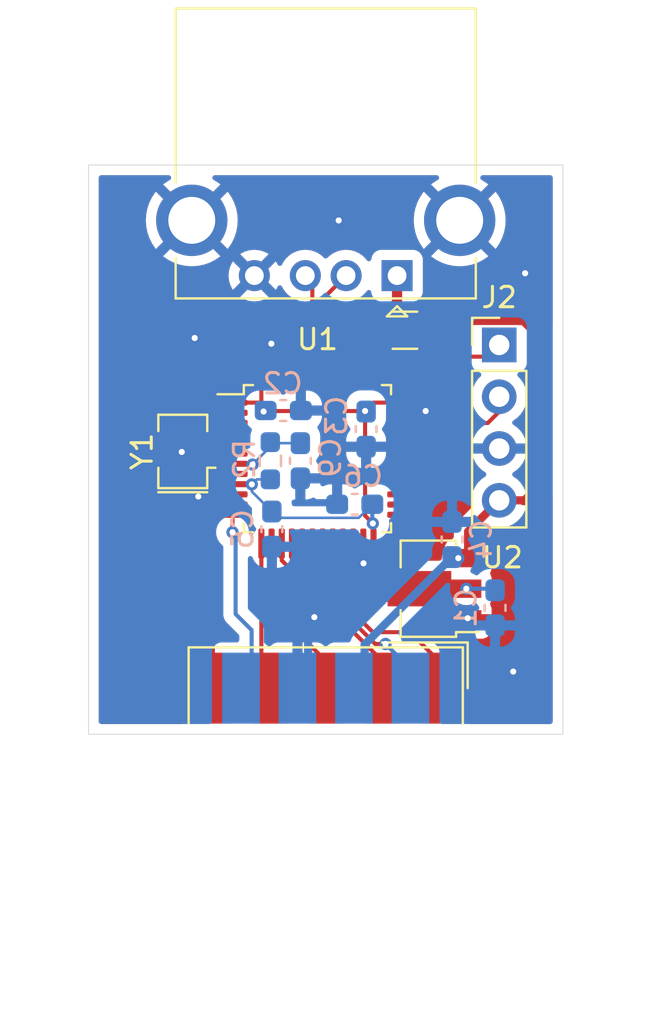
<source format=kicad_pcb>
(kicad_pcb (version 20221018) (generator pcbnew)
  (layers (0 "F.Cu" signal "Front") (31 "B.Cu" signal "Back") (34 "B.Paste" user) (35 "F.Paste" user) (36 "B.SilkS" user "B.Silkscreen") (37 "F.SilkS" user "F.Silkscreen") (38 "B.Mask" user) (39 "F.Mask" user) (44 "Edge.Cuts" user))
  (net 0 "")
  (net 1 "+3.3V")
  (net 2 "GND")
  (net 3 "+5V")
  (net 4 "/NRST")
  (net 5 "Net-(J3-VBUS)")
  (net 6 "/PIN1")
  (net 7 "/PIN2")
  (net 8 "/PIN3")
  (net 9 "/PIN4")
  (net 10 "/PIN5")
  (net 11 "/PIN6")
  (net 12 "/PIN9")
  (net 13 "/SWDIO")
  (net 14 "/SWCLK")
  (net 15 "/USB_DM")
  (net 16 "/USB_DP")
  (net 20 "/OSC_IN")
  (net 21 "/OSC_OUT")
  (footprint "Connector_PinHeader_2.54mm:PinHeader_1x04_P2.54mm_Vertical" (layer "F.Cu") (at 138.684 84.6682)
    (fp_text reference "J2" (at 0 -2.33) (layer "F.SilkS"))
    (fp_text value "Conn_01x04" hide)
    (fp_line (start -1.33 -1.33) (end 0 -1.33) (stroke (width 0.12)) (layer "F.SilkS"))
    (fp_line (start -1.33 0) (end -1.33 -1.33) (stroke (width 0.12)) (layer "F.SilkS"))
    (fp_line (start -1.33 1.27) (end -1.33 8.95) (stroke (width 0.12)) (layer "F.SilkS"))
    (fp_line (start -1.33 1.27) (end 1.33 1.27) (stroke (width 0.12)) (layer "F.SilkS"))
    (fp_line (start -1.33 8.95) (end 1.33 8.95) (stroke (width 0.12)) (layer "F.SilkS"))
    (fp_line (start 1.33 1.27) (end 1.33 8.95) (stroke (width 0.12)) (layer "F.SilkS"))
    (pad "1" thru_hole rect (at 0 0) (size 1.7 1.7) (drill 1) (layers "*.Cu" "*.Mask") (net 14 "/SWCLK"))
    (pad "2" thru_hole oval (at 0 2.54) (size 1.7 1.7) (drill 1) (layers "*.Cu" "*.Mask") (net 13 "/SWDIO"))
    (pad "3" thru_hole oval (at 0 5.08) (size 1.7 1.7) (drill 1) (layers "*.Cu" "*.Mask") (net 2 "GND"))
    (pad "4" thru_hole oval (at 0 7.62) (size 1.7 1.7) (drill 1) (layers "*.Cu" "*.Mask") (net 3 "+5V"))
  )
  (footprint "Crystal:Resonator_SMD_Murata_CSTxExxV-3Pin_3.0x1.1mm" (layer "F.Cu") (at 123.1646 89.8906 90)
    (fp_text reference "Y1" (at 0 -2 90) (layer "F.SilkS"))
    (fp_text value "Resonator")
    (fp_line (start -2 -1.2) (end -2 0.8) (stroke (width 0.12)) (layer "F.SilkS"))
    (fp_line (start -2 0.8) (end -2 1.2) (stroke (width 0.12)) (layer "F.SilkS"))
    (fp_line (start -1.8 -1.2) (end -0.8 -1.2) (stroke (width 0.12)) (layer "F.SilkS"))
    (fp_line (start -1.8 0.8) (end -1.8 -1.2) (stroke (width 0.12)) (layer "F.SilkS"))
    (fp_line (start -1.8 0.8) (end -1.8 1.2) (stroke (width 0.12)) (layer "F.SilkS"))
    (fp_line (start -0.8 1.2) (end -1.8 1.2) (stroke (width 0.12)) (layer "F.SilkS"))
    (fp_line (start -0.8 1.2) (end -0.8 1.6) (stroke (width 0.12)) (layer "F.SilkS"))
    (fp_line (start 1 -1.2) (end 1.8 -1.2) (stroke (width 0.12)) (layer "F.SilkS"))
    (fp_line (start 1.8 -1.2) (end 1.8 0.8) (stroke (width 0.12)) (layer "F.SilkS"))
    (fp_line (start 1.8 0.8) (end 1.8 1.2) (stroke (width 0.12)) (layer "F.SilkS"))
    (fp_line (start 1.8 1.2) (end 1 1.2) (stroke (width 0.12)) (layer "F.SilkS"))
    (pad "1" smd rect (at -1.2 0 90) (size 0.4 1.9) (layers "F.Cu" "F.Paste" "F.Mask") (net 21 "/OSC_OUT"))
    (pad "2" smd rect (at 0 0 90) (size 0.4 1.9) (layers "F.Cu" "F.Paste" "F.Mask") (net 2 "GND"))
    (pad "3" smd rect (at 1.2 0 90) (size 0.4 1.9) (layers "F.Cu" "F.Paste" "F.Mask") (net 20 "/OSC_IN"))
  )
  (footprint "Fuse:Fuse_1206_3216Metric_Pad1.42x1.75mm_HandSolder" (layer "F.Cu") (at 134.0612 83.947)
    (fp_text reference "F1" hide)
    (fp_text value "Fuse" hide)
    (fp_line (start -0.602064 -0.91) (end 0.602064 -0.91) (stroke (width 0.12)) (layer "F.SilkS"))
    (fp_line (start -0.602064 0.91) (end 0.602064 0.91) (stroke (width 0.12)) (layer "F.SilkS"))
    (pad "1" smd roundrect (at -1.4875 0) (size 1.425 1.75) (layers "F.Cu" "F.Paste" "F.Mask") (roundrect_rratio 0.1754392982) (net 5 "Net-(J3-VBUS)"))
    (pad "2" smd roundrect (at 1.4875 0) (size 1.425 1.75) (layers "F.Cu" "F.Paste" "F.Mask") (roundrect_rratio 0.1754392982) (net 3 "+5V"))
  )
  (footprint "Connector_USB:USB_A_CONNFLY_DS1095-WNR0" (layer "F.Cu") (at 133.675 81.2671 180)
    (fp_text reference "J3" hide)
    (fp_text value "USB_1" hide)
    (fp_line (start -3.86 -1.12) (end -3.86 0.86) (stroke (width 0.12)) (layer "F.SilkS"))
    (fp_line (start -3.86 -1.12) (end 10.86 -1.12) (stroke (width 0.12)) (layer "F.SilkS"))
    (fp_line (start -3.86 4.56) (end -3.86 13.1) (stroke (width 0.12)) (layer "F.SilkS"))
    (fp_line (start -3.86 13.1) (end 10.86 13.1) (stroke (width 0.12)) (layer "F.SilkS"))
    (fp_line (start -0.5 -2) (end 0 -1.5) (stroke (width 0.12)) (layer "F.SilkS"))
    (fp_line (start 0 -1.5) (end 0.5 -2) (stroke (width 0.12)) (layer "F.SilkS"))
    (fp_line (start 0.5 -2) (end -0.5 -2) (stroke (width 0.12)) (layer "F.SilkS"))
    (fp_line (start 10.86 0.86) (end 10.86 -1.12) (stroke (width 0.12)) (layer "F.SilkS"))
    (fp_line (start 10.86 4.56) (end 10.86 13.1) (stroke (width 0.12)) (layer "F.SilkS"))
    (pad "1" thru_hole rect (at 0 0 180) (size 1.524 1.524) (drill 0.92) (layers "*.Cu" "*.Mask") (net 5 "Net-(J3-VBUS)"))
    (pad "2" thru_hole circle (at 2.5 0 180) (size 1.524 1.524) (drill 0.92) (layers "*.Cu" "*.Mask") (net 15 "/USB_DM"))
    (pad "3" thru_hole circle (at 4.5 0 180) (size 1.524 1.524) (drill 0.92) (layers "*.Cu" "*.Mask") (net 16 "/USB_DP"))
    (pad "4" thru_hole circle (at 7 0 180) (size 1.524 1.524) (drill 0.92) (layers "*.Cu" "*.Mask") (net 2 "GND"))
    (pad "5" thru_hole circle (at -3.07 2.71 180) (size 3.5 3.5) (drill 2.3) (layers "*.Cu" "*.Mask") (net 2 "GND"))
    (pad "5" thru_hole circle (at 10.07 2.71 180) (size 3.5 3.5) (drill 2.3) (layers "*.Cu" "*.Mask") (net 2 "GND"))
  )
  (footprint "Connector_Dsub:DSUB-9_Female_EdgeMount_P2.77mm" (layer "F.Cu") (at 130.175 101.4984)
    (fp_text reference "J1" hide)
    (fp_text value "DE9_Plug" hide)
    (fp_line (start -6.723333 -2) (end -6.723333 1.74) (stroke (width 0.12)) (layer "F.SilkS"))
    (fp_line (start 6.723333 -2) (end -6.723333 -2) (stroke (width 0.12)) (layer "F.SilkS"))
    (fp_line (start 6.723333 1.74) (end 6.723333 -2) (stroke (width 0.12)) (layer "F.SilkS"))
    (fp_line (start 6.963333 -2.24) (end 2.77 -2.24) (stroke (width 0.12)) (layer "F.SilkS"))
    (fp_line (start 6.963333 0) (end 6.963333 -2.24) (stroke (width 0.12)) (layer "F.SilkS"))
    (pad "1" smd rect (at 5.54 0) (size 1.846667 3.48) (layers "F.Cu" "F.Paste" "F.Mask") (net 6 "/PIN1"))
    (pad "2" smd rect (at 2.77 0) (size 1.846667 3.48) (layers "F.Cu" "F.Paste" "F.Mask") (net 7 "/PIN2"))
    (pad "3" smd rect (at 0 0) (size 1.846667 3.48) (layers "F.Cu" "F.Paste" "F.Mask") (net 8 "/PIN3"))
    (pad "4" smd rect (at -2.77 0) (size 1.846667 3.48) (layers "F.Cu" "F.Paste" "F.Mask") (net 9 "/PIN4"))
    (pad "5" smd rect (at -5.54 0) (size 1.846667 3.48) (layers "F.Cu" "F.Paste" "F.Mask") (net 10 "/PIN5"))
    (pad "6" smd rect (at 4.155 0) (size 1.846667 3.48) (layers "B.Cu" "B.Paste" "B.Mask") (net 11 "/PIN6"))
    (pad "7" smd rect (at 1.385 0) (size 1.846667 3.48) (layers "B.Cu" "B.Paste" "B.Mask") (net 3 "+5V"))
    (pad "8" smd rect (at -1.385 0) (size 1.846667 3.48) (layers "B.Cu" "B.Paste" "B.Mask") (net 2 "GND"))
    (pad "9" smd rect (at -4.155 0) (size 1.846667 3.48) (layers "B.Cu" "B.Paste" "B.Mask") (net 12 "/PIN9"))
  )
  (footprint "CH32V203:CH32V203C8T6_LQFP-48_7x7mm_P0.5mm" (layer "F.Cu") (at 129.7686 90.2462)
    (fp_text reference "U1" (at 0 -5.85) (layer "F.SilkS"))
    (fp_text value "CH32V203C8T6-CH32V103C")
    (fp_line (start -3.61 -3.61) (end -3.61 -3.16) (stroke (width 0.12)) (layer "F.SilkS"))
    (fp_line (start -3.61 -3.16) (end -4.9 -3.16) (stroke (width 0.12)) (layer "F.SilkS"))
    (fp_line (start -3.61 3.61) (end -3.61 3.16) (stroke (width 0.12)) (layer "F.SilkS"))
    (fp_line (start -3.16 -3.61) (end -3.61 -3.61) (stroke (width 0.12)) (layer "F.SilkS"))
    (fp_line (start -3.16 3.61) (end -3.61 3.61) (stroke (width 0.12)) (layer "F.SilkS"))
    (fp_line (start 3.16 -3.61) (end 3.61 -3.61) (stroke (width 0.12)) (layer "F.SilkS"))
    (fp_line (start 3.16 3.61) (end 3.61 3.61) (stroke (width 0.12)) (layer "F.SilkS"))
    (fp_line (start 3.61 -3.61) (end 3.61 -3.16) (stroke (width 0.12)) (layer "F.SilkS"))
    (fp_line (start 3.61 3.61) (end 3.61 3.16) (stroke (width 0.12)) (layer "F.SilkS"))
    (pad "1" smd roundrect (at -4.1625 -2.75) (size 1.475 0.3) (layers "F.Cu" "F.Paste" "F.Mask") (net 1 "+3.3V"))
    (pad "2" smd roundrect (at -4.1625 -2.25) (size 1.475 0.3) (layers "F.Cu" "F.Paste" "F.Mask"))
    (pad "3" smd roundrect (at -4.1625 -1.75) (size 1.475 0.3) (layers "F.Cu" "F.Paste" "F.Mask"))
    (pad "4" smd roundrect (at -4.1625 -1.25) (size 1.475 0.3) (layers "F.Cu" "F.Paste" "F.Mask"))
    (pad "5" smd roundrect (at -4.1625 -0.75) (size 1.475 0.3) (layers "F.Cu" "F.Paste" "F.Mask") (net 20 "/OSC_IN"))
    (pad "6" smd roundrect (at -4.1625 -0.25) (size 1.475 0.3) (layers "F.Cu" "F.Paste" "F.Mask") (net 21 "/OSC_OUT"))
    (pad "7" smd roundrect (at -4.1625 0.25) (size 1.475 0.3) (layers "F.Cu" "F.Paste" "F.Mask") (net 4 "/NRST"))
    (pad "8" smd roundrect (at -4.1625 0.75) (size 1.475 0.3) (layers "F.Cu" "F.Paste" "F.Mask") (net 2 "GND"))
    (pad "9" smd roundrect (at -4.1625 1.25) (size 1.475 0.3) (layers "F.Cu" "F.Paste" "F.Mask") (net 1 "+3.3V"))
    (pad "10" smd roundrect (at -4.1625 1.75) (size 1.475 0.3) (layers "F.Cu" "F.Paste" "F.Mask"))
    (pad "11" smd roundrect (at -4.1625 2.25) (size 1.475 0.3) (layers "F.Cu" "F.Paste" "F.Mask") (net 10 "/PIN5"))
    (pad "12" smd roundrect (at -4.1625 2.75) (size 1.475 0.3) (layers "F.Cu" "F.Paste" "F.Mask") (net 12 "/PIN9"))
    (pad "13" smd roundrect (at -2.75 4.1625) (size 0.3 1.475) (layers "F.Cu" "F.Paste" "F.Mask") (net 9 "/PIN4"))
    (pad "14" smd roundrect (at -2.25 4.1625) (size 0.3 1.475) (layers "F.Cu" "F.Paste" "F.Mask") (net 8 "/PIN3"))
    (pad "15" smd roundrect (at -1.75 4.1625) (size 0.3 1.475) (layers "F.Cu" "F.Paste" "F.Mask") (net 7 "/PIN2"))
    (pad "16" smd roundrect (at -1.25 4.1625) (size 0.3 1.475) (layers "F.Cu" "F.Paste" "F.Mask") (net 11 "/PIN6"))
    (pad "17" smd roundrect (at -0.75 4.1625) (size 0.3 1.475) (layers "F.Cu" "F.Paste" "F.Mask") (net 6 "/PIN1"))
    (pad "18" smd roundrect (at -0.25 4.1625) (size 0.3 1.475) (layers "F.Cu" "F.Paste" "F.Mask"))
    (pad "19" smd roundrect (at 0.25 4.1625) (size 0.3 1.475) (layers "F.Cu" "F.Paste" "F.Mask"))
    (pad "20" smd roundrect (at 0.75 4.1625) (size 0.3 1.475) (layers "F.Cu" "F.Paste" "F.Mask"))
    (pad "21" smd roundrect (at 1.25 4.1625) (size 0.3 1.475) (layers "F.Cu" "F.Paste" "F.Mask"))
    (pad "22" smd roundrect (at 1.75 4.1625) (size 0.3 1.475) (layers "F.Cu" "F.Paste" "F.Mask"))
    (pad "23" smd roundrect (at 2.25 4.1625) (size 0.3 1.475) (layers "F.Cu" "F.Paste" "F.Mask") (net 2 "GND"))
    (pad "24" smd roundrect (at 2.75 4.1625) (size 0.3 1.475) (layers "F.Cu" "F.Paste" "F.Mask") (net 1 "+3.3V"))
    (pad "25" smd roundrect (at 4.1625 2.75) (size 1.475 0.3) (layers "F.Cu" "F.Paste" "F.Mask"))
    (pad "26" smd roundrect (at 4.1625 2.25) (size 1.475 0.3) (layers "F.Cu" "F.Paste" "F.Mask"))
    (pad "27" smd roundrect (at 4.1625 1.75) (size 1.475 0.3) (layers "F.Cu" "F.Paste" "F.Mask"))
    (pad "28" smd roundrect (at 4.1625 1.25) (size 1.475 0.3) (layers "F.Cu" "F.Paste" "F.Mask"))
    (pad "29" smd roundrect (at 4.1625 0.75) (size 1.475 0.3) (layers "F.Cu" "F.Paste" "F.Mask"))
    (pad "30" smd roundrect (at 4.1625 0.25) (size 1.475 0.3) (layers "F.Cu" "F.Paste" "F.Mask"))
    (pad "31" smd roundrect (at 4.1625 -0.25) (size 1.475 0.3) (layers "F.Cu" "F.Paste" "F.Mask"))
    (pad "32" smd roundrect (at 4.1625 -0.75) (size 1.475 0.3) (layers "F.Cu" "F.Paste" "F.Mask"))
    (pad "33" smd roundrect (at 4.1625 -1.25) (size 1.475 0.3) (layers "F.Cu" "F.Paste" "F.Mask"))
    (pad "34" smd roundrect (at 4.1625 -1.75) (size 1.475 0.3) (layers "F.Cu" "F.Paste" "F.Mask") (net 13 "/SWDIO"))
    (pad "35" smd roundrect (at 4.1625 -2.25) (size 1.475 0.3) (layers "F.Cu" "F.Paste" "F.Mask") (net 2 "GND"))
    (pad "36" smd roundrect (at 4.1625 -2.75) (size 1.475 0.3) (layers "F.Cu" "F.Paste" "F.Mask") (net 1 "+3.3V"))
    (pad "37" smd roundrect (at 2.75 -4.1625) (size 0.3 1.475) (layers "F.Cu" "F.Paste" "F.Mask") (net 14 "/SWCLK"))
    (pad "38" smd roundrect (at 2.25 -4.1625) (size 0.3 1.475) (layers "F.Cu" "F.Paste" "F.Mask"))
    (pad "39" smd roundrect (at 1.75 -4.1625) (size 0.3 1.475) (layers "F.Cu" "F.Paste" "F.Mask"))
    (pad "40" smd roundrect (at 1.25 -4.1625) (size 0.3 1.475) (layers "F.Cu" "F.Paste" "F.Mask"))
    (pad "41" smd roundrect (at 0.75 -4.1625) (size 0.3 1.475) (layers "F.Cu" "F.Paste" "F.Mask"))
    (pad "42" smd roundrect (at 0.25 -4.1625) (size 0.3 1.475) (layers "F.Cu" "F.Paste" "F.Mask") (net 15 "/USB_DM"))
    (pad "43" smd roundrect (at -0.25 -4.1625) (size 0.3 1.475) (layers "F.Cu" "F.Paste" "F.Mask") (net 16 "/USB_DP"))
    (pad "44" smd roundrect (at -0.75 -4.1625) (size 0.3 1.475) (layers "F.Cu" "F.Paste" "F.Mask"))
    (pad "45" smd roundrect (at -1.25 -4.1625) (size 0.3 1.475) (layers "F.Cu" "F.Paste" "F.Mask"))
    (pad "46" smd roundrect (at -1.75 -4.1625) (size 0.3 1.475) (layers "F.Cu" "F.Paste" "F.Mask"))
    (pad "47" smd roundrect (at -2.25 -4.1625) (size 0.3 1.475) (layers "F.Cu" "F.Paste" "F.Mask") (net 2 "GND"))
    (pad "48" smd roundrect (at -2.75 -4.1625) (size 0.3 1.475) (layers "F.Cu" "F.Paste" "F.Mask") (net 1 "+3.3V"))
  )
  (footprint "Package_TO_SOT_SMD:SOT-89-3" (layer "F.Cu") (at 135.209 96.6216 180)
    (fp_text reference "U2" (at -3.6274 1.524) (layer "F.SilkS"))
    (fp_text value "LM1117MP-3.3")
    (fp_line (start -2.5 -2.13) (end -1.36 -2.13) (stroke (width 0.12)) (layer "F.SilkS"))
    (fp_line (start -1.36 -2.36) (end -1.36 -2.13) (stroke (width 0.12)) (layer "F.SilkS"))
    (fp_line (start -1.36 -2.36) (end 1.36 -2.36) (stroke (width 0.12)) (layer "F.SilkS"))
    (fp_line (start -1.36 2.36) (end -1.36 2.13) (stroke (width 0.12)) (layer "F.SilkS"))
    (fp_line (start 1.36 -2.36) (end 1.36 -1.05) (stroke (width 0.12)) (layer "F.SilkS"))
    (fp_line (start 1.36 1.05) (end 1.36 2.36) (stroke (width 0.12)) (layer "F.SilkS"))
    (fp_line (start 1.36 2.36) (end -1.36 2.36) (stroke (width 0.12)) (layer "F.SilkS"))
    (pad "1" smd rect (at -1.95 -1.5 180) (size 1.3 0.9) (layers "F.Cu" "F.Paste" "F.Mask") (net 2 "GND"))
    (pad "2" smd custom (at -1.8625 0 180) (size 1.475 0.9) (layers "F.Cu" "F.Paste" "F.Mask") (net 1 "+3.3V") (options (clearance outline) (anchor rect)) (primitives (gr_poly (pts (xy 3.8625 0.8665) (xy 0.7375 0.8665) (xy 0.7375 -0.8665) (xy 3.8625 -0.8665)) (width 0) (fill yes))))
    (pad "3" smd rect (at -1.95 1.5 180) (size 1.3 0.9) (layers "F.Cu" "F.Paste" "F.Mask") (net 3 "+5V"))
  )
  (footprint "Capacitor_SMD:C_0603_1608Metric_Pad1.08x0.95mm_HandSolder" (layer "B.Cu") (at 138.4808 97.5614 -90)
    (fp_text reference "C1" (at 0 1.43 90) (layer "B.SilkS") (effects (justify mirror)))
    (fp_text value "C")
    (fp_line (start -0.146267 -0.51) (end 0.146267 -0.51) (stroke (width 0.12)) (layer "B.SilkS"))
    (fp_line (start -0.146267 0.51) (end 0.146267 0.51) (stroke (width 0.12)) (layer "B.SilkS"))
    (pad "1" smd roundrect (at -0.8625 0 270) (size 1.075 0.95) (layers "B.Cu" "B.Paste" "B.Mask") (net 1 "+3.3V"))
    (pad "2" smd roundrect (at 0.8625 0 270) (size 1.075 0.95) (layers "B.Cu" "B.Paste" "B.Mask") (net 2 "GND"))
  )
  (footprint "Capacitor_SMD:C_0603_1608Metric_Pad1.08x0.95mm_HandSolder" (layer "B.Cu") (at 128.0922 87.884)
    (fp_text reference "C2" (at -0.0254 -1.3208) (layer "B.SilkS") (effects (justify mirror)))
    (fp_text value "C")
    (fp_line (start -0.146267 -0.51) (end 0.146267 -0.51) (stroke (width 0.12)) (layer "B.SilkS"))
    (fp_line (start -0.146267 0.51) (end 0.146267 0.51) (stroke (width 0.12)) (layer "B.SilkS"))
    (pad "1" smd roundrect (at -0.8625 0) (size 1.075 0.95) (layers "B.Cu" "B.Paste" "B.Mask") (net 1 "+3.3V"))
    (pad "2" smd roundrect (at 0.8625 0) (size 1.075 0.95) (layers "B.Cu" "B.Paste" "B.Mask") (net 2 "GND"))
  )
  (footprint "Capacitor_SMD:C_0603_1608Metric_Pad1.08x0.95mm_HandSolder" (layer "B.Cu") (at 136.3726 94.2086 90)
    (fp_text reference "C4" (at 0 1.43 90) (layer "B.SilkS") (effects (justify mirror)))
    (fp_text value "C")
    (fp_line (start -0.146267 -0.51) (end 0.146267 -0.51) (stroke (width 0.12)) (layer "B.SilkS"))
    (fp_line (start -0.146267 0.51) (end 0.146267 0.51) (stroke (width 0.12)) (layer "B.SilkS"))
    (pad "1" smd roundrect (at -0.8625 0 90) (size 1.075 0.95) (layers "B.Cu" "B.Paste" "B.Mask") (net 3 "+5V"))
    (pad "2" smd roundrect (at 0.8625 0 90) (size 1.075 0.95) (layers "B.Cu" "B.Paste" "B.Mask") (net 2 "GND"))
  )
  (footprint "Capacitor_SMD:C_0603_1608Metric_Pad1.08x0.95mm_HandSolder" (layer "B.Cu") (at 131.5974 92.4814 180)
    (fp_text reference "C6" (at -0.4064 1.3716) (layer "B.SilkS") (effects (justify mirror)))
    (fp_text value "C")
    (fp_line (start -0.146267 -0.51) (end 0.146267 -0.51) (stroke (width 0.12)) (layer "B.SilkS"))
    (fp_line (start -0.146267 0.51) (end 0.146267 0.51) (stroke (width 0.12)) (layer "B.SilkS"))
    (pad "1" smd roundrect (at -0.8625 0 180) (size 1.075 0.95) (layers "B.Cu" "B.Paste" "B.Mask") (net 1 "+3.3V"))
    (pad "2" smd roundrect (at 0.8625 0 180) (size 1.075 0.95) (layers "B.Cu" "B.Paste" "B.Mask") (net 2 "GND"))
  )
  (footprint "Capacitor_SMD:C_0603_1608Metric_Pad1.08x0.95mm_HandSolder" (layer "B.Cu") (at 132.1562 88.7984 -90)
    (fp_text reference "C3" (at -0.6604 1.4478 90) (layer "B.SilkS") (effects (justify mirror)))
    (fp_text value "C")
    (fp_line (start -0.146267 -0.51) (end 0.146267 -0.51) (stroke (width 0.12)) (layer "B.SilkS"))
    (fp_line (start -0.146267 0.51) (end 0.146267 0.51) (stroke (width 0.12)) (layer "B.SilkS"))
    (pad "1" smd roundrect (at -0.8625 0 270) (size 1.075 0.95) (layers "B.Cu" "B.Paste" "B.Mask") (net 1 "+3.3V"))
    (pad "2" smd roundrect (at 0.8625 0 270) (size 1.075 0.95) (layers "B.Cu" "B.Paste" "B.Mask") (net 2 "GND"))
  )
  (footprint "Capacitor_SMD:C_0603_1608Metric_Pad1.08x0.95mm_HandSolder" (layer "B.Cu") (at 127.5334 93.7006 -90)
    (fp_text reference "C5" (at 0 1.43 90) (layer "B.SilkS") (effects (justify mirror)))
    (fp_text value "C")
    (fp_line (start -0.146267 -0.51) (end 0.146267 -0.51) (stroke (width 0.12)) (layer "B.SilkS"))
    (fp_line (start -0.146267 0.51) (end 0.146267 0.51) (stroke (width 0.12)) (layer "B.SilkS"))
    (pad "1" smd roundrect (at -0.8625 0 270) (size 1.075 0.95) (layers "B.Cu" "B.Paste" "B.Mask") (net 1 "+3.3V"))
    (pad "2" smd roundrect (at 0.8625 0 270) (size 1.075 0.95) (layers "B.Cu" "B.Paste" "B.Mask") (net 2 "GND"))
  )
  (footprint "Resistor_SMD:R_0603_1608Metric_Pad0.98x0.95mm_HandSolder" (layer "B.Cu") (at 127.4572 90.3478 90)
    (fp_text reference "R2" (at 0.0762 -1.27 270) (layer "B.SilkS") (effects (justify mirror)))
    (fp_text value "R" hide)
    (fp_line (start -0.254724 -0.5225) (end 0.254724 -0.5225) (stroke (width 0.12)) (layer "B.SilkS"))
    (fp_line (start -0.254724 0.5225) (end 0.254724 0.5225) (stroke (width 0.12)) (layer "B.SilkS"))
    (pad "1" smd roundrect (at -0.9125 0 90) (size 0.975 0.95) (layers "B.Cu" "B.Paste" "B.Mask") (net 1 "+3.3V"))
    (pad "2" smd roundrect (at 0.9125 0 90) (size 0.975 0.95) (layers "B.Cu" "B.Paste" "B.Mask") (net 4 "/NRST"))
  )
  (footprint "Capacitor_SMD:C_0603_1608Metric_Pad1.08x0.95mm_HandSolder" (layer "B.Cu") (at 128.9304 90.3478 -90)
    (fp_text reference "C9" (at -0.1524 -1.4732 90) (layer "B.SilkS") (effects (justify mirror)))
    (fp_text value "0.1μF" hide)
    (fp_line (start -0.146267 -0.51) (end 0.146267 -0.51) (stroke (width 0.12)) (layer "B.SilkS"))
    (fp_line (start -0.146267 0.51) (end 0.146267 0.51) (stroke (width 0.12)) (layer "B.SilkS"))
    (pad "1" smd roundrect (at -0.8625 0 270) (size 1.075 0.95) (layers "B.Cu" "B.Paste" "B.Mask") (net 4 "/NRST"))
    (pad "2" smd roundrect (at 0.8625 0 270) (size 1.075 0.95) (layers "B.Cu" "B.Paste" "B.Mask") (net 2 "GND"))
  )
  (gr_rect (start 118.5418 75.8444) (end 141.8082 103.759) (stroke (width 0.0381)) (fill none) (layer "Edge.Cuts"))
  (segment (start 132.5186 87.4962) (end 132.1054 87.9094) (width 0.2) (layer "F.Cu") (net 1))
  (segment (start 127.1524 87.9094) (end 127.127 87.9348) (width 0.2) (layer "F.Cu") (net 1))
  (segment (start 125.616121 91.506221) (end 125.6061 91.4962) (width 0.127) (layer "F.Cu") (net 1))
  (segment (start 127.0186 87.6046) (end 127.0186 87.8264) (width 0.2) (layer "F.Cu") (net 1))
  (segment (start 132.1054 93.0402) (end 132.4864 93.4212) (width 0.2) (layer "F.Cu") (net 1))
  (segment (start 132.5186 94.4087) (end 132.5197 94.4098) (width 0.127) (layer "F.Cu") (net 1))
  (segment (start 127.0186 86.0837) (end 127.0186 87.6046) (width 0.2) (layer "F.Cu") (net 1))
  (segment (start 126.9102 87.4962) (end 127.0186 87.6046) (width 0.2) (layer "F.Cu") (net 1))
  (segment (start 132.7658 96.6216) (end 137.0715 96.6216) (width 0.127) (layer "F.Cu") (net 1))
  (segment (start 126.550218 91.506221) (end 125.616121 91.506221) (width 0.127) (layer "F.Cu") (net 1))
  (segment (start 127.0186 87.8264) (end 127.127 87.9348) (width 0.2) (layer "F.Cu") (net 1))
  (segment (start 125.6061 87.4962) (end 126.9102 87.4962) (width 0.2) (layer "F.Cu") (net 1))
  (segment (start 133.9311 87.4962) (end 132.5186 87.4962) (width 0.2) (layer "F.Cu") (net 1))
  (segment (start 132.4864 94.3765) (end 132.5186 94.4087) (width 0.127) (layer "F.Cu") (net 1))
  (segment (start 132.1054 87.9094) (end 127.1524 87.9094) (width 0.2) (layer "F.Cu") (net 1))
  (segment (start 132.1054 87.9094) (end 132.1054 93.0402) (width 0.2) (layer "F.Cu") (net 1))
  (segment (start 132.5197 96.3755) (end 132.7658 96.6216) (width 0.127) (layer "F.Cu") (net 1))
  (segment (start 132.5197 94.4098) (end 132.5197 96.3755) (width 0.127) (layer "F.Cu") (net 1))
  (segment (start 132.4864 93.4212) (end 132.4864 94.3765) (width 0.127) (layer "F.Cu") (net 1))
  (via (at 137.0715 96.6216) (size 0.6) (drill 0.3) (layers "F.Cu" "B.Cu") (net 1))
  (via (at 132.1054 87.9094) (size 0.6) (drill 0.3) (layers "F.Cu" "B.Cu") (net 1))
  (via (at 132.4864 93.4212) (size 0.6) (drill 0.3) (layers "F.Cu" "B.Cu") (net 1))
  (via (at 127.127 87.9348) (size 0.6) (drill 0.3) (layers "F.Cu" "B.Cu") (net 1))
  (via (at 126.550218 91.506221) (size 0.6) (drill 0.3) (layers "F.Cu" "B.Cu") (net 1))
  (segment (start 132.4599 92.4814) (end 132.4599 93.3947) (width 0.2) (layer "B.Cu") (net 1))
  (segment (start 126.550218 91.854918) (end 126.550218 91.506221) (width 0.127) (layer "B.Cu") (net 1))
  (segment (start 127.5334 92.8381) (end 126.550218 91.854918) (width 0.127) (layer "B.Cu") (net 1))
  (segment (start 127.8422 93.1469) (end 131.7944 93.1469) (width 0.127) (layer "B.Cu") (net 1))
  (segment (start 126.796139 91.2603) (end 126.550218 91.506221) (width 0.127) (layer "B.Cu") (net 1))
  (segment (start 132.4599 93.3947) (end 132.4864 93.4212) (width 0.2) (layer "B.Cu") (net 1))
  (segment (start 137.0715 96.6216) (end 138.4035 96.6216) (width 0.2) (layer "B.Cu") (net 1))
  (segment (start 127.4572 91.2603) (end 126.796139 91.2603) (width 0.127) (layer "B.Cu") (net 1))
  (segment (start 127.1789 87.9348) (end 127.2297 87.884) (width 0.2) (layer "B.Cu") (net 1))
  (segment (start 127.5334 92.8381) (end 127.8422 93.1469) (width 0.127) (layer "B.Cu") (net 1))
  (segment (start 131.7944 93.1469) (end 132.4599 92.4814) (width 0.127) (layer "B.Cu") (net 1))
  (segment (start 127.127 87.9348) (end 127.1789 87.9348) (width 0.2) (layer "B.Cu") (net 1))
  (segment (start 138.4035 96.6216) (end 138.4808 96.6989) (width 0.2) (layer "B.Cu") (net 1))
  (segment (start 133.9311 87.9962) (end 134.9904 87.9962) (width 0.2) (layer "F.Cu") (net 2))
  (segment (start 127.508 84.6074) (end 127.4572 84.6074) (width 0.2) (layer "F.Cu") (net 2))
  (segment (start 127.508 84.6582) (end 127.508 84.6074) (width 0.2) (layer "F.Cu") (net 2))
  (segment (start 123.9266 92.00903) (end 124.93943 90.9962) (width 0.2) (layer "F.Cu") (net 2))
  (segment (start 123.9266 92.1004) (end 123.9266 92.00903) (width 0.2) (layer "F.Cu") (net 2))
  (segment (start 127.5186 86.0837) (end 127.5186 84.6688) (width 0.2) (layer "F.Cu") (net 2))
  (segment (start 124.93943 90.9962) (end 125.6061 90.9962) (width 0.2) (layer "F.Cu") (net 2))
  (segment (start 134.9904 87.9962) (end 135.0772 87.9094) (width 0.2) (layer "F.Cu") (net 2))
  (segment (start 127.5186 84.6688) (end 127.508 84.6582) (width 0.2) (layer "F.Cu") (net 2))
  (segment (start 127.4572 84.6074) (end 127.508 84.6582) (width 0.2) (layer "F.Cu") (net 2))
  (via (at 139.3698 100.6856) (size 0.6) (drill 0.3) (layers "F.Cu" "B.Cu") (net 2))
  (via (at 132.0292 95.377) (size 0.6) (drill 0.3) (layers "F.Cu" "B.Cu") (net 2))
  (via (at 123.7488 84.328) (size 0.6) (drill 0.3) (layers "F.Cu" "B.Cu") (net 2))
  (via (at 123.1138 89.916) (size 0.6) (drill 0.3) (layers "F.Cu" "B.Cu") (net 2))
  (via (at 135.0772 87.9094) (size 0.6) (drill 0.3) (layers "F.Cu" "B.Cu") (net 2))
  (via (at 137.1346 98.0694) (size 0.6) (drill 0.3) (layers "F.Cu" "B.Cu") (net 2))
  (via (at 129.6162 98.0186) (size 0.6) (drill 0.3) (layers "F.Cu" "B.Cu") (net 2))
  (via (at 139.954 81.153) (size 0.6) (drill 0.3) (layers "F.Cu" "B.Cu") (net 2))
  (via (at 127.508 84.6074) (size 0.6) (drill 0.3) (layers "F.Cu" "B.Cu") (net 2))
  (via (at 130.81 78.5622) (size 0.6) (drill 0.3) (layers "F.Cu" "B.Cu") (net 2))
  (via (at 123.9266 92.1004) (size 0.6) (drill 0.3) (layers "F.Cu" "B.Cu") (net 2))
  (segment (start 129.3114 98.3234) (end 129.6162 98.0186) (width 0.4) (layer "B.Cu") (net 2))
  (segment (start 129.3114 100.1014) (end 129.3114 98.3234) (width 0.4) (layer "B.Cu") (net 2))
  (segment (start 139.837 92.2882) (end 138.684 92.2882) (width 0.4) (layer "F.Cu") (net 3))
  (segment (start 137.159 95.1216) (end 136.6774 95.123) (width 0.4) (layer "F.Cu") (net 3))
  (segment (start 139.8778 92.329) (end 139.837 92.2882) (width 0.4) (layer "F.Cu") (net 3))
  (segment (start 137.159 93.8132) (end 138.684 92.2882) (width 0.4) (layer "F.Cu") (net 3))
  (segment (start 137.159 93.8132) (end 137.159 95.1216) (width 0.4) (layer "F.Cu") (net 3))
  (segment (start 140.4366 84.0668) (end 140.4366 91.7702) (width 0.4) (layer "F.Cu") (net 3))
  (segment (start 140.4366 91.7702) (end 139.8778 92.329) (width 0.4) (layer "F.Cu") (net 3))
  (segment (start 135.7505 83.4912) (end 139.861 83.4912) (width 0.4) (layer "F.Cu") (net 3))
  (segment (start 139.861 83.4912) (end 140.4366 84.0668) (width 0.4) (layer "F.Cu") (net 3))
  (segment (start 135.2947 83.947) (end 135.7505 83.4912) (width 0.4) (layer "F.Cu") (net 3))
  (via (at 136.6774 95.123) (size 0.6) (drill 0.3) (layers "F.Cu" "B.Cu") (net 3))
  (segment (start 132.08 99.3637) (end 136.3726 95.0711) (width 0.4) (layer "B.Cu") (net 3))
  (segment (start 132.08 101.4984) (end 132.08 99.3637) (width 0.4) (layer "B.Cu") (net 3))
  (segment (start 125.641567 90.531667) (end 125.6061 90.4962) (width 0.127) (layer "F.Cu") (net 4))
  (segment (start 126.586051 90.531667) (end 125.641567 90.531667) (width 0.127) (layer "F.Cu") (net 4))
  (via (at 126.586051 90.531667) (size 0.6) (drill 0.3) (layers "F.Cu" "B.Cu") (net 4))
  (segment (start 127.5072 89.4853) (end 127.4572 89.4353) (width 0.127) (layer "B.Cu") (net 4))
  (segment (start 128.9812 89.4853) (end 127.5072 89.4853) (width 0.127) (layer "B.Cu") (net 4))
  (segment (start 127.4572 89.660518) (end 126.586051 90.531667) (width 0.127) (layer "B.Cu") (net 4))
  (segment (start 127.4572 89.4353) (end 127.4572 89.660518) (width 0.127) (layer "B.Cu") (net 4))
  (segment (start 133.6802 81.2723) (end 133.675 81.2671) (width 0.5) (layer "F.Cu") (net 5))
  (segment (start 133.675 81.2671) (end 133.675 82.5917) (width 0.5) (layer "F.Cu") (net 5))
  (segment (start 133.675 82.5917) (end 132.3197 83.947) (width 0.5) (layer "F.Cu") (net 5))
  (segment (start 134.308467 98.7552) (end 132.4864 98.7552) (width 0.2) (layer "F.Cu") (net 6))
  (segment (start 132.4864 98.7552) (end 129.0186 95.2874) (width 0.2) (layer "F.Cu") (net 6))
  (segment (start 136.235 101.4984) (end 136.235 100.681733) (width 0.2) (layer "F.Cu") (net 6))
  (segment (start 129.0186 95.2874) (end 129.0186 94.4087) (width 0.2) (layer "F.Cu") (net 6))
  (segment (start 136.235 100.681733) (end 134.308467 98.7552) (width 0.2) (layer "F.Cu") (net 6))
  (segment (start 133.465 101.4984) (end 133.465 100.681733) (width 0.2) (layer "F.Cu") (net 7))
  (segment (start 133.465 100.681733) (end 128.0186 95.235333) (width 0.2) (layer "F.Cu") (net 7))
  (segment (start 128.0186 95.235333) (end 128.0186 94.4087) (width 0.2) (layer "F.Cu") (net 7))
  (segment (start 130.695 101.4984) (end 130.695 100.681733) (width 0.2) (layer "F.Cu") (net 8))
  (segment (start 127.5186 97.505333) (end 127.5186 94.4087) (width 0.2) (layer "F.Cu") (net 8))
  (segment (start 130.695 100.681733) (end 127.5186 97.505333) (width 0.2) (layer "F.Cu") (net 8))
  (segment (start 127.925 101.4984) (end 127.0186 100.592) (width 0.2) (layer "F.Cu") (net 9))
  (segment (start 127.0186 100.592) (end 127.0186 94.4087) (width 0.2) (layer "F.Cu") (net 9))
  (segment (start 125.155 101.4984) (end 124.6416 100.985) (width 0.2) (layer "F.Cu") (net 10))
  (segment (start 124.868601 92.4962) (end 125.6061 92.4962) (width 0.2) (layer "F.Cu") (net 10))
  (segment (start 124.6416 92.723201) (end 124.868601 92.4962) (width 0.2) (layer "F.Cu") (net 10))
  (segment (start 124.6416 100.985) (end 124.6416 92.723201) (width 0.2) (layer "F.Cu") (net 10))
  (segment (start 132.60065 99.331898) (end 128.5186 95.249848) (width 0.2) (layer "F.Cu") (net 11))
  (segment (start 133.108229 99.331898) (end 132.60065 99.331898) (width 0.2) (layer "F.Cu") (net 11))
  (segment (start 128.5186 95.249848) (end 128.5186 94.4087) (width 0.2) (layer "F.Cu") (net 11))
  (via (at 133.108229 99.331898) (size 0.6) (drill 0.3) (layers "F.Cu" "B.Cu") (net 11))
  (segment (start 134.85 101.4984) (end 134.85 101.073669) (width 0.2) (layer "B.Cu") (net 11))
  (segment (start 134.85 101.073669) (end 133.108229 99.331898) (width 0.2) (layer "B.Cu") (net 11))
  (segment (start 125.603 92.9993) (end 125.6061 92.9962) (width 0.2) (layer "F.Cu") (net 12))
  (segment (start 125.603 93.853) (end 125.603 92.9993) (width 0.2) (layer "F.Cu") (net 12))
  (via (at 125.603 93.853) (size 0.6) (drill 0.3) (layers "F.Cu" "B.Cu") (net 12))
  (segment (start 125.7554 94.0054) (end 125.603 93.853) (width 0.2) (layer "B.Cu") (net 12))
  (segment (start 125.7554 97.8662) (end 125.7554 94.0054) (width 0.2) (layer "B.Cu") (net 12))
  (segment (start 126.54 98.6508) (end 125.7554 97.8662) (width 0.2) (layer "B.Cu") (net 12))
  (segment (start 126.54 101.4984) (end 126.54 98.6508) (width 0.2) (layer "B.Cu") (net 12))
  (segment (start 133.9311 88.4962) (end 138.1226 88.4962) (width 0.2) (layer "F.Cu") (net 13))
  (segment (start 138.1226 88.4962) (end 138.8364 87.7824) (width 0.2) (layer "F.Cu") (net 13))
  (segment (start 132.5186 86.0837) (end 133.3599 85.2424) (width 0.2) (layer "F.Cu") (net 14))
  (segment (start 133.3599 85.2424) (end 138.8364 85.2424) (width 0.2) (layer "F.Cu") (net 14))
  (segment (start 130.0186 82.4235) (end 131.175 81.2671) (width 0.2) (layer "F.Cu") (net 15))
  (segment (start 130.0186 86.0837) (end 130.0186 82.4235) (width 0.2) (layer "F.Cu") (net 15))
  (segment (start 129.5186 81.6107) (end 129.175 81.2671) (width 0.2) (layer "F.Cu") (net 16))
  (segment (start 129.5186 86.0837) (end 129.5186 81.6107) (width 0.2) (layer "F.Cu") (net 16))
  (segment (start 125.5465 89.5558) (end 125.6061 89.4962) (width 0.127) (layer "F.Cu") (net 20))
  (segment (start 124.8022 89.4962) (end 123.9966 88.6906) (width 0.127) (layer "F.Cu") (net 20))
  (segment (start 125.6061 89.4962) (end 124.8022 89.4962) (width 0.127) (layer "F.Cu") (net 20))
  (segment (start 123.9966 88.6906) (end 123.1646 88.6906) (width 0.127) (layer "F.Cu") (net 20))
  (segment (start 123.9966 91.0906) (end 123.1646 91.0906) (width 0.127) (layer "F.Cu") (net 21))
  (segment (start 124.5108 90.5764) (end 123.9966 91.0906) (width 0.127) (layer "F.Cu") (net 21))
  (segment (start 124.868601 89.9962) (end 124.5108 90.354001) (width 0.127) (layer "F.Cu") (net 21))
  (segment (start 125.6061 89.9962) (end 124.868601 89.9962) (width 0.127) (layer "F.Cu") (net 21))
  (segment (start 124.5108 90.354001) (end 124.5108 90.5764) (width 0.127) (layer "F.Cu") (net 21))
  (zone (net 2) (net_name "GND") (layer "F.Cu") (priority 1) (connect_pads (clearance 0.5)) (min_thickness 0.25) (fill yes (thermal_gap 0.5) (thermal_bridge_width 0.5))
    (polygon (pts (xy 118.618 76.2) (xy 141.4018 76.2) (xy 141.4018 103.4288) (xy 118.618 103.4288)))
  )
  (zone (net 2) (net_name "GND") (layer "B.Cu") (connect_pads (clearance 0.5)) (min_thickness 0.25) (fill yes (thermal_gap 0.5) (thermal_bridge_width 0.5))
    (polygon (pts (xy 119.8118 76.1746) (xy 141.4018 76.2) (xy 141.4526 103.4288) (xy 118.5926 103.4796) (xy 118.618 76.2508)))
  )
)
</source>
